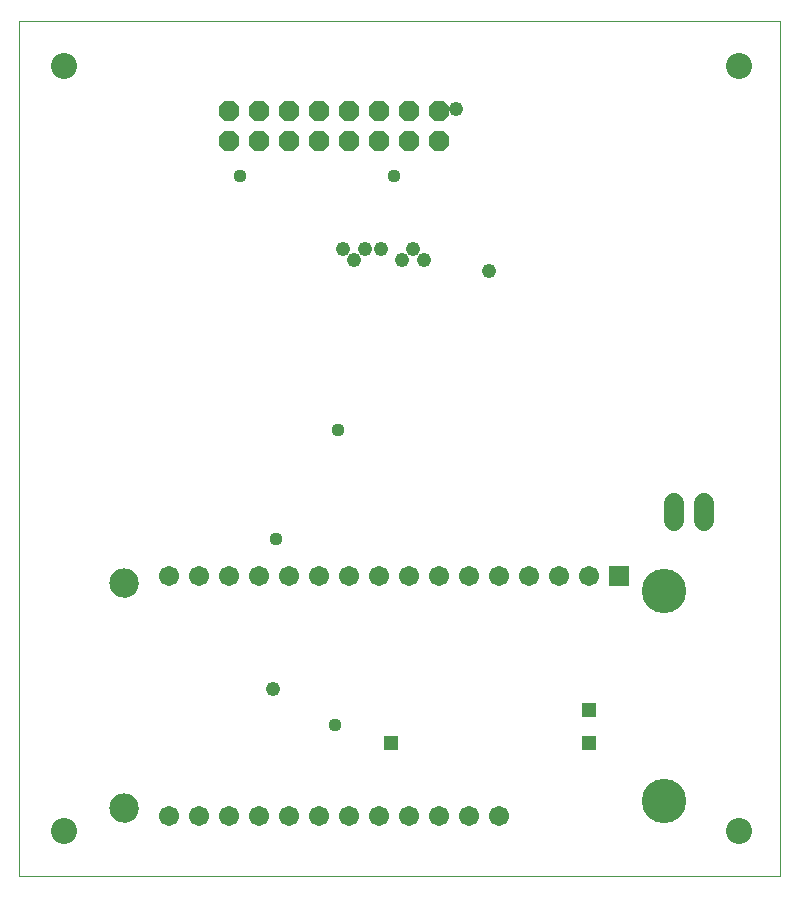
<source format=gbs>
G75*
%MOIN*%
%OFA0B0*%
%FSLAX25Y25*%
%IPPOS*%
%LPD*%
%AMOC8*
5,1,8,0,0,1.08239X$1,22.5*
%
%ADD10C,0.00000*%
%ADD11C,0.08674*%
%ADD12OC8,0.06800*%
%ADD13C,0.09800*%
%ADD14C,0.14800*%
%ADD15R,0.06737X0.06737*%
%ADD16C,0.06737*%
%ADD17C,0.06800*%
%ADD18C,0.04369*%
%ADD19C,0.04800*%
%ADD20R,0.04762X0.04762*%
D10*
X0001000Y0001000D02*
X0001000Y0285961D01*
X0254701Y0285961D01*
X0254701Y0001000D01*
X0001000Y0001000D01*
X0012063Y0016000D02*
X0012065Y0016125D01*
X0012071Y0016250D01*
X0012081Y0016374D01*
X0012095Y0016498D01*
X0012112Y0016622D01*
X0012134Y0016745D01*
X0012160Y0016867D01*
X0012189Y0016989D01*
X0012222Y0017109D01*
X0012260Y0017228D01*
X0012300Y0017347D01*
X0012345Y0017463D01*
X0012393Y0017578D01*
X0012445Y0017692D01*
X0012501Y0017804D01*
X0012560Y0017914D01*
X0012622Y0018022D01*
X0012688Y0018129D01*
X0012757Y0018233D01*
X0012830Y0018334D01*
X0012905Y0018434D01*
X0012984Y0018531D01*
X0013066Y0018625D01*
X0013151Y0018717D01*
X0013238Y0018806D01*
X0013329Y0018892D01*
X0013422Y0018975D01*
X0013518Y0019056D01*
X0013616Y0019133D01*
X0013716Y0019207D01*
X0013819Y0019278D01*
X0013924Y0019345D01*
X0014032Y0019410D01*
X0014141Y0019470D01*
X0014252Y0019528D01*
X0014365Y0019581D01*
X0014479Y0019631D01*
X0014595Y0019678D01*
X0014712Y0019720D01*
X0014831Y0019759D01*
X0014951Y0019795D01*
X0015072Y0019826D01*
X0015194Y0019854D01*
X0015316Y0019877D01*
X0015440Y0019897D01*
X0015564Y0019913D01*
X0015688Y0019925D01*
X0015813Y0019933D01*
X0015938Y0019937D01*
X0016062Y0019937D01*
X0016187Y0019933D01*
X0016312Y0019925D01*
X0016436Y0019913D01*
X0016560Y0019897D01*
X0016684Y0019877D01*
X0016806Y0019854D01*
X0016928Y0019826D01*
X0017049Y0019795D01*
X0017169Y0019759D01*
X0017288Y0019720D01*
X0017405Y0019678D01*
X0017521Y0019631D01*
X0017635Y0019581D01*
X0017748Y0019528D01*
X0017859Y0019470D01*
X0017969Y0019410D01*
X0018076Y0019345D01*
X0018181Y0019278D01*
X0018284Y0019207D01*
X0018384Y0019133D01*
X0018482Y0019056D01*
X0018578Y0018975D01*
X0018671Y0018892D01*
X0018762Y0018806D01*
X0018849Y0018717D01*
X0018934Y0018625D01*
X0019016Y0018531D01*
X0019095Y0018434D01*
X0019170Y0018334D01*
X0019243Y0018233D01*
X0019312Y0018129D01*
X0019378Y0018022D01*
X0019440Y0017914D01*
X0019499Y0017804D01*
X0019555Y0017692D01*
X0019607Y0017578D01*
X0019655Y0017463D01*
X0019700Y0017347D01*
X0019740Y0017228D01*
X0019778Y0017109D01*
X0019811Y0016989D01*
X0019840Y0016867D01*
X0019866Y0016745D01*
X0019888Y0016622D01*
X0019905Y0016498D01*
X0019919Y0016374D01*
X0019929Y0016250D01*
X0019935Y0016125D01*
X0019937Y0016000D01*
X0019935Y0015875D01*
X0019929Y0015750D01*
X0019919Y0015626D01*
X0019905Y0015502D01*
X0019888Y0015378D01*
X0019866Y0015255D01*
X0019840Y0015133D01*
X0019811Y0015011D01*
X0019778Y0014891D01*
X0019740Y0014772D01*
X0019700Y0014653D01*
X0019655Y0014537D01*
X0019607Y0014422D01*
X0019555Y0014308D01*
X0019499Y0014196D01*
X0019440Y0014086D01*
X0019378Y0013978D01*
X0019312Y0013871D01*
X0019243Y0013767D01*
X0019170Y0013666D01*
X0019095Y0013566D01*
X0019016Y0013469D01*
X0018934Y0013375D01*
X0018849Y0013283D01*
X0018762Y0013194D01*
X0018671Y0013108D01*
X0018578Y0013025D01*
X0018482Y0012944D01*
X0018384Y0012867D01*
X0018284Y0012793D01*
X0018181Y0012722D01*
X0018076Y0012655D01*
X0017968Y0012590D01*
X0017859Y0012530D01*
X0017748Y0012472D01*
X0017635Y0012419D01*
X0017521Y0012369D01*
X0017405Y0012322D01*
X0017288Y0012280D01*
X0017169Y0012241D01*
X0017049Y0012205D01*
X0016928Y0012174D01*
X0016806Y0012146D01*
X0016684Y0012123D01*
X0016560Y0012103D01*
X0016436Y0012087D01*
X0016312Y0012075D01*
X0016187Y0012067D01*
X0016062Y0012063D01*
X0015938Y0012063D01*
X0015813Y0012067D01*
X0015688Y0012075D01*
X0015564Y0012087D01*
X0015440Y0012103D01*
X0015316Y0012123D01*
X0015194Y0012146D01*
X0015072Y0012174D01*
X0014951Y0012205D01*
X0014831Y0012241D01*
X0014712Y0012280D01*
X0014595Y0012322D01*
X0014479Y0012369D01*
X0014365Y0012419D01*
X0014252Y0012472D01*
X0014141Y0012530D01*
X0014031Y0012590D01*
X0013924Y0012655D01*
X0013819Y0012722D01*
X0013716Y0012793D01*
X0013616Y0012867D01*
X0013518Y0012944D01*
X0013422Y0013025D01*
X0013329Y0013108D01*
X0013238Y0013194D01*
X0013151Y0013283D01*
X0013066Y0013375D01*
X0012984Y0013469D01*
X0012905Y0013566D01*
X0012830Y0013666D01*
X0012757Y0013767D01*
X0012688Y0013871D01*
X0012622Y0013978D01*
X0012560Y0014086D01*
X0012501Y0014196D01*
X0012445Y0014308D01*
X0012393Y0014422D01*
X0012345Y0014537D01*
X0012300Y0014653D01*
X0012260Y0014772D01*
X0012222Y0014891D01*
X0012189Y0015011D01*
X0012160Y0015133D01*
X0012134Y0015255D01*
X0012112Y0015378D01*
X0012095Y0015502D01*
X0012081Y0015626D01*
X0012071Y0015750D01*
X0012065Y0015875D01*
X0012063Y0016000D01*
X0031500Y0023500D02*
X0031502Y0023634D01*
X0031508Y0023768D01*
X0031518Y0023901D01*
X0031532Y0024035D01*
X0031550Y0024168D01*
X0031572Y0024300D01*
X0031597Y0024431D01*
X0031627Y0024562D01*
X0031661Y0024692D01*
X0031698Y0024820D01*
X0031739Y0024948D01*
X0031784Y0025074D01*
X0031833Y0025199D01*
X0031885Y0025322D01*
X0031941Y0025444D01*
X0032001Y0025564D01*
X0032064Y0025682D01*
X0032131Y0025798D01*
X0032201Y0025912D01*
X0032275Y0026024D01*
X0032352Y0026134D01*
X0032432Y0026242D01*
X0032515Y0026347D01*
X0032601Y0026449D01*
X0032690Y0026549D01*
X0032783Y0026646D01*
X0032878Y0026741D01*
X0032976Y0026832D01*
X0033076Y0026921D01*
X0033179Y0027006D01*
X0033285Y0027089D01*
X0033393Y0027168D01*
X0033503Y0027244D01*
X0033616Y0027317D01*
X0033731Y0027386D01*
X0033847Y0027452D01*
X0033966Y0027514D01*
X0034086Y0027573D01*
X0034209Y0027628D01*
X0034332Y0027680D01*
X0034457Y0027727D01*
X0034584Y0027771D01*
X0034712Y0027812D01*
X0034841Y0027848D01*
X0034971Y0027881D01*
X0035102Y0027909D01*
X0035233Y0027934D01*
X0035366Y0027955D01*
X0035499Y0027972D01*
X0035632Y0027985D01*
X0035766Y0027994D01*
X0035900Y0027999D01*
X0036034Y0028000D01*
X0036167Y0027997D01*
X0036301Y0027990D01*
X0036435Y0027979D01*
X0036568Y0027964D01*
X0036701Y0027945D01*
X0036833Y0027922D01*
X0036964Y0027896D01*
X0037094Y0027865D01*
X0037224Y0027830D01*
X0037352Y0027792D01*
X0037479Y0027750D01*
X0037605Y0027704D01*
X0037730Y0027654D01*
X0037853Y0027601D01*
X0037974Y0027544D01*
X0038094Y0027483D01*
X0038211Y0027419D01*
X0038327Y0027352D01*
X0038441Y0027281D01*
X0038552Y0027206D01*
X0038661Y0027129D01*
X0038768Y0027048D01*
X0038873Y0026964D01*
X0038974Y0026877D01*
X0039074Y0026787D01*
X0039170Y0026694D01*
X0039264Y0026598D01*
X0039355Y0026499D01*
X0039442Y0026398D01*
X0039527Y0026294D01*
X0039609Y0026188D01*
X0039687Y0026080D01*
X0039762Y0025969D01*
X0039834Y0025856D01*
X0039903Y0025740D01*
X0039968Y0025623D01*
X0040029Y0025504D01*
X0040087Y0025383D01*
X0040141Y0025261D01*
X0040192Y0025137D01*
X0040239Y0025011D01*
X0040282Y0024884D01*
X0040321Y0024756D01*
X0040357Y0024627D01*
X0040388Y0024497D01*
X0040416Y0024366D01*
X0040440Y0024234D01*
X0040460Y0024101D01*
X0040476Y0023968D01*
X0040488Y0023835D01*
X0040496Y0023701D01*
X0040500Y0023567D01*
X0040500Y0023433D01*
X0040496Y0023299D01*
X0040488Y0023165D01*
X0040476Y0023032D01*
X0040460Y0022899D01*
X0040440Y0022766D01*
X0040416Y0022634D01*
X0040388Y0022503D01*
X0040357Y0022373D01*
X0040321Y0022244D01*
X0040282Y0022116D01*
X0040239Y0021989D01*
X0040192Y0021863D01*
X0040141Y0021739D01*
X0040087Y0021617D01*
X0040029Y0021496D01*
X0039968Y0021377D01*
X0039903Y0021260D01*
X0039834Y0021144D01*
X0039762Y0021031D01*
X0039687Y0020920D01*
X0039609Y0020812D01*
X0039527Y0020706D01*
X0039442Y0020602D01*
X0039355Y0020501D01*
X0039264Y0020402D01*
X0039170Y0020306D01*
X0039074Y0020213D01*
X0038974Y0020123D01*
X0038873Y0020036D01*
X0038768Y0019952D01*
X0038661Y0019871D01*
X0038552Y0019794D01*
X0038441Y0019719D01*
X0038327Y0019648D01*
X0038211Y0019581D01*
X0038094Y0019517D01*
X0037974Y0019456D01*
X0037853Y0019399D01*
X0037730Y0019346D01*
X0037605Y0019296D01*
X0037479Y0019250D01*
X0037352Y0019208D01*
X0037224Y0019170D01*
X0037094Y0019135D01*
X0036964Y0019104D01*
X0036833Y0019078D01*
X0036701Y0019055D01*
X0036568Y0019036D01*
X0036435Y0019021D01*
X0036301Y0019010D01*
X0036167Y0019003D01*
X0036034Y0019000D01*
X0035900Y0019001D01*
X0035766Y0019006D01*
X0035632Y0019015D01*
X0035499Y0019028D01*
X0035366Y0019045D01*
X0035233Y0019066D01*
X0035102Y0019091D01*
X0034971Y0019119D01*
X0034841Y0019152D01*
X0034712Y0019188D01*
X0034584Y0019229D01*
X0034457Y0019273D01*
X0034332Y0019320D01*
X0034209Y0019372D01*
X0034086Y0019427D01*
X0033966Y0019486D01*
X0033847Y0019548D01*
X0033731Y0019614D01*
X0033616Y0019683D01*
X0033503Y0019756D01*
X0033393Y0019832D01*
X0033285Y0019911D01*
X0033179Y0019994D01*
X0033076Y0020079D01*
X0032976Y0020168D01*
X0032878Y0020259D01*
X0032783Y0020354D01*
X0032690Y0020451D01*
X0032601Y0020551D01*
X0032515Y0020653D01*
X0032432Y0020758D01*
X0032352Y0020866D01*
X0032275Y0020976D01*
X0032201Y0021088D01*
X0032131Y0021202D01*
X0032064Y0021318D01*
X0032001Y0021436D01*
X0031941Y0021556D01*
X0031885Y0021678D01*
X0031833Y0021801D01*
X0031784Y0021926D01*
X0031739Y0022052D01*
X0031698Y0022180D01*
X0031661Y0022308D01*
X0031627Y0022438D01*
X0031597Y0022569D01*
X0031572Y0022700D01*
X0031550Y0022832D01*
X0031532Y0022965D01*
X0031518Y0023099D01*
X0031508Y0023232D01*
X0031502Y0023366D01*
X0031500Y0023500D01*
X0031500Y0098500D02*
X0031502Y0098634D01*
X0031508Y0098768D01*
X0031518Y0098901D01*
X0031532Y0099035D01*
X0031550Y0099168D01*
X0031572Y0099300D01*
X0031597Y0099431D01*
X0031627Y0099562D01*
X0031661Y0099692D01*
X0031698Y0099820D01*
X0031739Y0099948D01*
X0031784Y0100074D01*
X0031833Y0100199D01*
X0031885Y0100322D01*
X0031941Y0100444D01*
X0032001Y0100564D01*
X0032064Y0100682D01*
X0032131Y0100798D01*
X0032201Y0100912D01*
X0032275Y0101024D01*
X0032352Y0101134D01*
X0032432Y0101242D01*
X0032515Y0101347D01*
X0032601Y0101449D01*
X0032690Y0101549D01*
X0032783Y0101646D01*
X0032878Y0101741D01*
X0032976Y0101832D01*
X0033076Y0101921D01*
X0033179Y0102006D01*
X0033285Y0102089D01*
X0033393Y0102168D01*
X0033503Y0102244D01*
X0033616Y0102317D01*
X0033731Y0102386D01*
X0033847Y0102452D01*
X0033966Y0102514D01*
X0034086Y0102573D01*
X0034209Y0102628D01*
X0034332Y0102680D01*
X0034457Y0102727D01*
X0034584Y0102771D01*
X0034712Y0102812D01*
X0034841Y0102848D01*
X0034971Y0102881D01*
X0035102Y0102909D01*
X0035233Y0102934D01*
X0035366Y0102955D01*
X0035499Y0102972D01*
X0035632Y0102985D01*
X0035766Y0102994D01*
X0035900Y0102999D01*
X0036034Y0103000D01*
X0036167Y0102997D01*
X0036301Y0102990D01*
X0036435Y0102979D01*
X0036568Y0102964D01*
X0036701Y0102945D01*
X0036833Y0102922D01*
X0036964Y0102896D01*
X0037094Y0102865D01*
X0037224Y0102830D01*
X0037352Y0102792D01*
X0037479Y0102750D01*
X0037605Y0102704D01*
X0037730Y0102654D01*
X0037853Y0102601D01*
X0037974Y0102544D01*
X0038094Y0102483D01*
X0038211Y0102419D01*
X0038327Y0102352D01*
X0038441Y0102281D01*
X0038552Y0102206D01*
X0038661Y0102129D01*
X0038768Y0102048D01*
X0038873Y0101964D01*
X0038974Y0101877D01*
X0039074Y0101787D01*
X0039170Y0101694D01*
X0039264Y0101598D01*
X0039355Y0101499D01*
X0039442Y0101398D01*
X0039527Y0101294D01*
X0039609Y0101188D01*
X0039687Y0101080D01*
X0039762Y0100969D01*
X0039834Y0100856D01*
X0039903Y0100740D01*
X0039968Y0100623D01*
X0040029Y0100504D01*
X0040087Y0100383D01*
X0040141Y0100261D01*
X0040192Y0100137D01*
X0040239Y0100011D01*
X0040282Y0099884D01*
X0040321Y0099756D01*
X0040357Y0099627D01*
X0040388Y0099497D01*
X0040416Y0099366D01*
X0040440Y0099234D01*
X0040460Y0099101D01*
X0040476Y0098968D01*
X0040488Y0098835D01*
X0040496Y0098701D01*
X0040500Y0098567D01*
X0040500Y0098433D01*
X0040496Y0098299D01*
X0040488Y0098165D01*
X0040476Y0098032D01*
X0040460Y0097899D01*
X0040440Y0097766D01*
X0040416Y0097634D01*
X0040388Y0097503D01*
X0040357Y0097373D01*
X0040321Y0097244D01*
X0040282Y0097116D01*
X0040239Y0096989D01*
X0040192Y0096863D01*
X0040141Y0096739D01*
X0040087Y0096617D01*
X0040029Y0096496D01*
X0039968Y0096377D01*
X0039903Y0096260D01*
X0039834Y0096144D01*
X0039762Y0096031D01*
X0039687Y0095920D01*
X0039609Y0095812D01*
X0039527Y0095706D01*
X0039442Y0095602D01*
X0039355Y0095501D01*
X0039264Y0095402D01*
X0039170Y0095306D01*
X0039074Y0095213D01*
X0038974Y0095123D01*
X0038873Y0095036D01*
X0038768Y0094952D01*
X0038661Y0094871D01*
X0038552Y0094794D01*
X0038441Y0094719D01*
X0038327Y0094648D01*
X0038211Y0094581D01*
X0038094Y0094517D01*
X0037974Y0094456D01*
X0037853Y0094399D01*
X0037730Y0094346D01*
X0037605Y0094296D01*
X0037479Y0094250D01*
X0037352Y0094208D01*
X0037224Y0094170D01*
X0037094Y0094135D01*
X0036964Y0094104D01*
X0036833Y0094078D01*
X0036701Y0094055D01*
X0036568Y0094036D01*
X0036435Y0094021D01*
X0036301Y0094010D01*
X0036167Y0094003D01*
X0036034Y0094000D01*
X0035900Y0094001D01*
X0035766Y0094006D01*
X0035632Y0094015D01*
X0035499Y0094028D01*
X0035366Y0094045D01*
X0035233Y0094066D01*
X0035102Y0094091D01*
X0034971Y0094119D01*
X0034841Y0094152D01*
X0034712Y0094188D01*
X0034584Y0094229D01*
X0034457Y0094273D01*
X0034332Y0094320D01*
X0034209Y0094372D01*
X0034086Y0094427D01*
X0033966Y0094486D01*
X0033847Y0094548D01*
X0033731Y0094614D01*
X0033616Y0094683D01*
X0033503Y0094756D01*
X0033393Y0094832D01*
X0033285Y0094911D01*
X0033179Y0094994D01*
X0033076Y0095079D01*
X0032976Y0095168D01*
X0032878Y0095259D01*
X0032783Y0095354D01*
X0032690Y0095451D01*
X0032601Y0095551D01*
X0032515Y0095653D01*
X0032432Y0095758D01*
X0032352Y0095866D01*
X0032275Y0095976D01*
X0032201Y0096088D01*
X0032131Y0096202D01*
X0032064Y0096318D01*
X0032001Y0096436D01*
X0031941Y0096556D01*
X0031885Y0096678D01*
X0031833Y0096801D01*
X0031784Y0096926D01*
X0031739Y0097052D01*
X0031698Y0097180D01*
X0031661Y0097308D01*
X0031627Y0097438D01*
X0031597Y0097569D01*
X0031572Y0097700D01*
X0031550Y0097832D01*
X0031532Y0097965D01*
X0031518Y0098099D01*
X0031508Y0098232D01*
X0031502Y0098366D01*
X0031500Y0098500D01*
X0012063Y0271000D02*
X0012065Y0271125D01*
X0012071Y0271250D01*
X0012081Y0271374D01*
X0012095Y0271498D01*
X0012112Y0271622D01*
X0012134Y0271745D01*
X0012160Y0271867D01*
X0012189Y0271989D01*
X0012222Y0272109D01*
X0012260Y0272228D01*
X0012300Y0272347D01*
X0012345Y0272463D01*
X0012393Y0272578D01*
X0012445Y0272692D01*
X0012501Y0272804D01*
X0012560Y0272914D01*
X0012622Y0273022D01*
X0012688Y0273129D01*
X0012757Y0273233D01*
X0012830Y0273334D01*
X0012905Y0273434D01*
X0012984Y0273531D01*
X0013066Y0273625D01*
X0013151Y0273717D01*
X0013238Y0273806D01*
X0013329Y0273892D01*
X0013422Y0273975D01*
X0013518Y0274056D01*
X0013616Y0274133D01*
X0013716Y0274207D01*
X0013819Y0274278D01*
X0013924Y0274345D01*
X0014032Y0274410D01*
X0014141Y0274470D01*
X0014252Y0274528D01*
X0014365Y0274581D01*
X0014479Y0274631D01*
X0014595Y0274678D01*
X0014712Y0274720D01*
X0014831Y0274759D01*
X0014951Y0274795D01*
X0015072Y0274826D01*
X0015194Y0274854D01*
X0015316Y0274877D01*
X0015440Y0274897D01*
X0015564Y0274913D01*
X0015688Y0274925D01*
X0015813Y0274933D01*
X0015938Y0274937D01*
X0016062Y0274937D01*
X0016187Y0274933D01*
X0016312Y0274925D01*
X0016436Y0274913D01*
X0016560Y0274897D01*
X0016684Y0274877D01*
X0016806Y0274854D01*
X0016928Y0274826D01*
X0017049Y0274795D01*
X0017169Y0274759D01*
X0017288Y0274720D01*
X0017405Y0274678D01*
X0017521Y0274631D01*
X0017635Y0274581D01*
X0017748Y0274528D01*
X0017859Y0274470D01*
X0017969Y0274410D01*
X0018076Y0274345D01*
X0018181Y0274278D01*
X0018284Y0274207D01*
X0018384Y0274133D01*
X0018482Y0274056D01*
X0018578Y0273975D01*
X0018671Y0273892D01*
X0018762Y0273806D01*
X0018849Y0273717D01*
X0018934Y0273625D01*
X0019016Y0273531D01*
X0019095Y0273434D01*
X0019170Y0273334D01*
X0019243Y0273233D01*
X0019312Y0273129D01*
X0019378Y0273022D01*
X0019440Y0272914D01*
X0019499Y0272804D01*
X0019555Y0272692D01*
X0019607Y0272578D01*
X0019655Y0272463D01*
X0019700Y0272347D01*
X0019740Y0272228D01*
X0019778Y0272109D01*
X0019811Y0271989D01*
X0019840Y0271867D01*
X0019866Y0271745D01*
X0019888Y0271622D01*
X0019905Y0271498D01*
X0019919Y0271374D01*
X0019929Y0271250D01*
X0019935Y0271125D01*
X0019937Y0271000D01*
X0019935Y0270875D01*
X0019929Y0270750D01*
X0019919Y0270626D01*
X0019905Y0270502D01*
X0019888Y0270378D01*
X0019866Y0270255D01*
X0019840Y0270133D01*
X0019811Y0270011D01*
X0019778Y0269891D01*
X0019740Y0269772D01*
X0019700Y0269653D01*
X0019655Y0269537D01*
X0019607Y0269422D01*
X0019555Y0269308D01*
X0019499Y0269196D01*
X0019440Y0269086D01*
X0019378Y0268978D01*
X0019312Y0268871D01*
X0019243Y0268767D01*
X0019170Y0268666D01*
X0019095Y0268566D01*
X0019016Y0268469D01*
X0018934Y0268375D01*
X0018849Y0268283D01*
X0018762Y0268194D01*
X0018671Y0268108D01*
X0018578Y0268025D01*
X0018482Y0267944D01*
X0018384Y0267867D01*
X0018284Y0267793D01*
X0018181Y0267722D01*
X0018076Y0267655D01*
X0017968Y0267590D01*
X0017859Y0267530D01*
X0017748Y0267472D01*
X0017635Y0267419D01*
X0017521Y0267369D01*
X0017405Y0267322D01*
X0017288Y0267280D01*
X0017169Y0267241D01*
X0017049Y0267205D01*
X0016928Y0267174D01*
X0016806Y0267146D01*
X0016684Y0267123D01*
X0016560Y0267103D01*
X0016436Y0267087D01*
X0016312Y0267075D01*
X0016187Y0267067D01*
X0016062Y0267063D01*
X0015938Y0267063D01*
X0015813Y0267067D01*
X0015688Y0267075D01*
X0015564Y0267087D01*
X0015440Y0267103D01*
X0015316Y0267123D01*
X0015194Y0267146D01*
X0015072Y0267174D01*
X0014951Y0267205D01*
X0014831Y0267241D01*
X0014712Y0267280D01*
X0014595Y0267322D01*
X0014479Y0267369D01*
X0014365Y0267419D01*
X0014252Y0267472D01*
X0014141Y0267530D01*
X0014031Y0267590D01*
X0013924Y0267655D01*
X0013819Y0267722D01*
X0013716Y0267793D01*
X0013616Y0267867D01*
X0013518Y0267944D01*
X0013422Y0268025D01*
X0013329Y0268108D01*
X0013238Y0268194D01*
X0013151Y0268283D01*
X0013066Y0268375D01*
X0012984Y0268469D01*
X0012905Y0268566D01*
X0012830Y0268666D01*
X0012757Y0268767D01*
X0012688Y0268871D01*
X0012622Y0268978D01*
X0012560Y0269086D01*
X0012501Y0269196D01*
X0012445Y0269308D01*
X0012393Y0269422D01*
X0012345Y0269537D01*
X0012300Y0269653D01*
X0012260Y0269772D01*
X0012222Y0269891D01*
X0012189Y0270011D01*
X0012160Y0270133D01*
X0012134Y0270255D01*
X0012112Y0270378D01*
X0012095Y0270502D01*
X0012081Y0270626D01*
X0012071Y0270750D01*
X0012065Y0270875D01*
X0012063Y0271000D01*
X0237063Y0271000D02*
X0237065Y0271125D01*
X0237071Y0271250D01*
X0237081Y0271374D01*
X0237095Y0271498D01*
X0237112Y0271622D01*
X0237134Y0271745D01*
X0237160Y0271867D01*
X0237189Y0271989D01*
X0237222Y0272109D01*
X0237260Y0272228D01*
X0237300Y0272347D01*
X0237345Y0272463D01*
X0237393Y0272578D01*
X0237445Y0272692D01*
X0237501Y0272804D01*
X0237560Y0272914D01*
X0237622Y0273022D01*
X0237688Y0273129D01*
X0237757Y0273233D01*
X0237830Y0273334D01*
X0237905Y0273434D01*
X0237984Y0273531D01*
X0238066Y0273625D01*
X0238151Y0273717D01*
X0238238Y0273806D01*
X0238329Y0273892D01*
X0238422Y0273975D01*
X0238518Y0274056D01*
X0238616Y0274133D01*
X0238716Y0274207D01*
X0238819Y0274278D01*
X0238924Y0274345D01*
X0239032Y0274410D01*
X0239141Y0274470D01*
X0239252Y0274528D01*
X0239365Y0274581D01*
X0239479Y0274631D01*
X0239595Y0274678D01*
X0239712Y0274720D01*
X0239831Y0274759D01*
X0239951Y0274795D01*
X0240072Y0274826D01*
X0240194Y0274854D01*
X0240316Y0274877D01*
X0240440Y0274897D01*
X0240564Y0274913D01*
X0240688Y0274925D01*
X0240813Y0274933D01*
X0240938Y0274937D01*
X0241062Y0274937D01*
X0241187Y0274933D01*
X0241312Y0274925D01*
X0241436Y0274913D01*
X0241560Y0274897D01*
X0241684Y0274877D01*
X0241806Y0274854D01*
X0241928Y0274826D01*
X0242049Y0274795D01*
X0242169Y0274759D01*
X0242288Y0274720D01*
X0242405Y0274678D01*
X0242521Y0274631D01*
X0242635Y0274581D01*
X0242748Y0274528D01*
X0242859Y0274470D01*
X0242969Y0274410D01*
X0243076Y0274345D01*
X0243181Y0274278D01*
X0243284Y0274207D01*
X0243384Y0274133D01*
X0243482Y0274056D01*
X0243578Y0273975D01*
X0243671Y0273892D01*
X0243762Y0273806D01*
X0243849Y0273717D01*
X0243934Y0273625D01*
X0244016Y0273531D01*
X0244095Y0273434D01*
X0244170Y0273334D01*
X0244243Y0273233D01*
X0244312Y0273129D01*
X0244378Y0273022D01*
X0244440Y0272914D01*
X0244499Y0272804D01*
X0244555Y0272692D01*
X0244607Y0272578D01*
X0244655Y0272463D01*
X0244700Y0272347D01*
X0244740Y0272228D01*
X0244778Y0272109D01*
X0244811Y0271989D01*
X0244840Y0271867D01*
X0244866Y0271745D01*
X0244888Y0271622D01*
X0244905Y0271498D01*
X0244919Y0271374D01*
X0244929Y0271250D01*
X0244935Y0271125D01*
X0244937Y0271000D01*
X0244935Y0270875D01*
X0244929Y0270750D01*
X0244919Y0270626D01*
X0244905Y0270502D01*
X0244888Y0270378D01*
X0244866Y0270255D01*
X0244840Y0270133D01*
X0244811Y0270011D01*
X0244778Y0269891D01*
X0244740Y0269772D01*
X0244700Y0269653D01*
X0244655Y0269537D01*
X0244607Y0269422D01*
X0244555Y0269308D01*
X0244499Y0269196D01*
X0244440Y0269086D01*
X0244378Y0268978D01*
X0244312Y0268871D01*
X0244243Y0268767D01*
X0244170Y0268666D01*
X0244095Y0268566D01*
X0244016Y0268469D01*
X0243934Y0268375D01*
X0243849Y0268283D01*
X0243762Y0268194D01*
X0243671Y0268108D01*
X0243578Y0268025D01*
X0243482Y0267944D01*
X0243384Y0267867D01*
X0243284Y0267793D01*
X0243181Y0267722D01*
X0243076Y0267655D01*
X0242968Y0267590D01*
X0242859Y0267530D01*
X0242748Y0267472D01*
X0242635Y0267419D01*
X0242521Y0267369D01*
X0242405Y0267322D01*
X0242288Y0267280D01*
X0242169Y0267241D01*
X0242049Y0267205D01*
X0241928Y0267174D01*
X0241806Y0267146D01*
X0241684Y0267123D01*
X0241560Y0267103D01*
X0241436Y0267087D01*
X0241312Y0267075D01*
X0241187Y0267067D01*
X0241062Y0267063D01*
X0240938Y0267063D01*
X0240813Y0267067D01*
X0240688Y0267075D01*
X0240564Y0267087D01*
X0240440Y0267103D01*
X0240316Y0267123D01*
X0240194Y0267146D01*
X0240072Y0267174D01*
X0239951Y0267205D01*
X0239831Y0267241D01*
X0239712Y0267280D01*
X0239595Y0267322D01*
X0239479Y0267369D01*
X0239365Y0267419D01*
X0239252Y0267472D01*
X0239141Y0267530D01*
X0239031Y0267590D01*
X0238924Y0267655D01*
X0238819Y0267722D01*
X0238716Y0267793D01*
X0238616Y0267867D01*
X0238518Y0267944D01*
X0238422Y0268025D01*
X0238329Y0268108D01*
X0238238Y0268194D01*
X0238151Y0268283D01*
X0238066Y0268375D01*
X0237984Y0268469D01*
X0237905Y0268566D01*
X0237830Y0268666D01*
X0237757Y0268767D01*
X0237688Y0268871D01*
X0237622Y0268978D01*
X0237560Y0269086D01*
X0237501Y0269196D01*
X0237445Y0269308D01*
X0237393Y0269422D01*
X0237345Y0269537D01*
X0237300Y0269653D01*
X0237260Y0269772D01*
X0237222Y0269891D01*
X0237189Y0270011D01*
X0237160Y0270133D01*
X0237134Y0270255D01*
X0237112Y0270378D01*
X0237095Y0270502D01*
X0237081Y0270626D01*
X0237071Y0270750D01*
X0237065Y0270875D01*
X0237063Y0271000D01*
X0237063Y0016000D02*
X0237065Y0016125D01*
X0237071Y0016250D01*
X0237081Y0016374D01*
X0237095Y0016498D01*
X0237112Y0016622D01*
X0237134Y0016745D01*
X0237160Y0016867D01*
X0237189Y0016989D01*
X0237222Y0017109D01*
X0237260Y0017228D01*
X0237300Y0017347D01*
X0237345Y0017463D01*
X0237393Y0017578D01*
X0237445Y0017692D01*
X0237501Y0017804D01*
X0237560Y0017914D01*
X0237622Y0018022D01*
X0237688Y0018129D01*
X0237757Y0018233D01*
X0237830Y0018334D01*
X0237905Y0018434D01*
X0237984Y0018531D01*
X0238066Y0018625D01*
X0238151Y0018717D01*
X0238238Y0018806D01*
X0238329Y0018892D01*
X0238422Y0018975D01*
X0238518Y0019056D01*
X0238616Y0019133D01*
X0238716Y0019207D01*
X0238819Y0019278D01*
X0238924Y0019345D01*
X0239032Y0019410D01*
X0239141Y0019470D01*
X0239252Y0019528D01*
X0239365Y0019581D01*
X0239479Y0019631D01*
X0239595Y0019678D01*
X0239712Y0019720D01*
X0239831Y0019759D01*
X0239951Y0019795D01*
X0240072Y0019826D01*
X0240194Y0019854D01*
X0240316Y0019877D01*
X0240440Y0019897D01*
X0240564Y0019913D01*
X0240688Y0019925D01*
X0240813Y0019933D01*
X0240938Y0019937D01*
X0241062Y0019937D01*
X0241187Y0019933D01*
X0241312Y0019925D01*
X0241436Y0019913D01*
X0241560Y0019897D01*
X0241684Y0019877D01*
X0241806Y0019854D01*
X0241928Y0019826D01*
X0242049Y0019795D01*
X0242169Y0019759D01*
X0242288Y0019720D01*
X0242405Y0019678D01*
X0242521Y0019631D01*
X0242635Y0019581D01*
X0242748Y0019528D01*
X0242859Y0019470D01*
X0242969Y0019410D01*
X0243076Y0019345D01*
X0243181Y0019278D01*
X0243284Y0019207D01*
X0243384Y0019133D01*
X0243482Y0019056D01*
X0243578Y0018975D01*
X0243671Y0018892D01*
X0243762Y0018806D01*
X0243849Y0018717D01*
X0243934Y0018625D01*
X0244016Y0018531D01*
X0244095Y0018434D01*
X0244170Y0018334D01*
X0244243Y0018233D01*
X0244312Y0018129D01*
X0244378Y0018022D01*
X0244440Y0017914D01*
X0244499Y0017804D01*
X0244555Y0017692D01*
X0244607Y0017578D01*
X0244655Y0017463D01*
X0244700Y0017347D01*
X0244740Y0017228D01*
X0244778Y0017109D01*
X0244811Y0016989D01*
X0244840Y0016867D01*
X0244866Y0016745D01*
X0244888Y0016622D01*
X0244905Y0016498D01*
X0244919Y0016374D01*
X0244929Y0016250D01*
X0244935Y0016125D01*
X0244937Y0016000D01*
X0244935Y0015875D01*
X0244929Y0015750D01*
X0244919Y0015626D01*
X0244905Y0015502D01*
X0244888Y0015378D01*
X0244866Y0015255D01*
X0244840Y0015133D01*
X0244811Y0015011D01*
X0244778Y0014891D01*
X0244740Y0014772D01*
X0244700Y0014653D01*
X0244655Y0014537D01*
X0244607Y0014422D01*
X0244555Y0014308D01*
X0244499Y0014196D01*
X0244440Y0014086D01*
X0244378Y0013978D01*
X0244312Y0013871D01*
X0244243Y0013767D01*
X0244170Y0013666D01*
X0244095Y0013566D01*
X0244016Y0013469D01*
X0243934Y0013375D01*
X0243849Y0013283D01*
X0243762Y0013194D01*
X0243671Y0013108D01*
X0243578Y0013025D01*
X0243482Y0012944D01*
X0243384Y0012867D01*
X0243284Y0012793D01*
X0243181Y0012722D01*
X0243076Y0012655D01*
X0242968Y0012590D01*
X0242859Y0012530D01*
X0242748Y0012472D01*
X0242635Y0012419D01*
X0242521Y0012369D01*
X0242405Y0012322D01*
X0242288Y0012280D01*
X0242169Y0012241D01*
X0242049Y0012205D01*
X0241928Y0012174D01*
X0241806Y0012146D01*
X0241684Y0012123D01*
X0241560Y0012103D01*
X0241436Y0012087D01*
X0241312Y0012075D01*
X0241187Y0012067D01*
X0241062Y0012063D01*
X0240938Y0012063D01*
X0240813Y0012067D01*
X0240688Y0012075D01*
X0240564Y0012087D01*
X0240440Y0012103D01*
X0240316Y0012123D01*
X0240194Y0012146D01*
X0240072Y0012174D01*
X0239951Y0012205D01*
X0239831Y0012241D01*
X0239712Y0012280D01*
X0239595Y0012322D01*
X0239479Y0012369D01*
X0239365Y0012419D01*
X0239252Y0012472D01*
X0239141Y0012530D01*
X0239031Y0012590D01*
X0238924Y0012655D01*
X0238819Y0012722D01*
X0238716Y0012793D01*
X0238616Y0012867D01*
X0238518Y0012944D01*
X0238422Y0013025D01*
X0238329Y0013108D01*
X0238238Y0013194D01*
X0238151Y0013283D01*
X0238066Y0013375D01*
X0237984Y0013469D01*
X0237905Y0013566D01*
X0237830Y0013666D01*
X0237757Y0013767D01*
X0237688Y0013871D01*
X0237622Y0013978D01*
X0237560Y0014086D01*
X0237501Y0014196D01*
X0237445Y0014308D01*
X0237393Y0014422D01*
X0237345Y0014537D01*
X0237300Y0014653D01*
X0237260Y0014772D01*
X0237222Y0014891D01*
X0237189Y0015011D01*
X0237160Y0015133D01*
X0237134Y0015255D01*
X0237112Y0015378D01*
X0237095Y0015502D01*
X0237081Y0015626D01*
X0237071Y0015750D01*
X0237065Y0015875D01*
X0237063Y0016000D01*
D11*
X0241000Y0016000D03*
X0016000Y0016000D03*
X0016000Y0271000D03*
X0241000Y0271000D03*
D12*
X0141000Y0256000D03*
X0141000Y0246000D03*
X0131000Y0246000D03*
X0131000Y0256000D03*
X0121000Y0256000D03*
X0121000Y0246000D03*
X0111000Y0246000D03*
X0111000Y0256000D03*
X0101000Y0256000D03*
X0101000Y0246000D03*
X0091000Y0246000D03*
X0091000Y0256000D03*
X0081000Y0256000D03*
X0081000Y0246000D03*
X0071000Y0246000D03*
X0071000Y0256000D03*
D13*
X0036000Y0098500D03*
X0036000Y0023500D03*
D14*
X0216000Y0026000D03*
X0216000Y0096000D03*
D15*
X0201000Y0101000D03*
D16*
X0191000Y0101000D03*
X0181000Y0101000D03*
X0171000Y0101000D03*
X0161000Y0101000D03*
X0151000Y0101000D03*
X0141000Y0101000D03*
X0131000Y0101000D03*
X0121000Y0101000D03*
X0111000Y0101000D03*
X0101000Y0101000D03*
X0091000Y0101000D03*
X0081000Y0101000D03*
X0071000Y0101000D03*
X0061000Y0101000D03*
X0051000Y0101000D03*
X0051000Y0021000D03*
X0061000Y0021000D03*
X0071000Y0021000D03*
X0081000Y0021000D03*
X0091000Y0021000D03*
X0101000Y0021000D03*
X0111000Y0021000D03*
X0121000Y0021000D03*
X0131000Y0021000D03*
X0141000Y0021000D03*
X0151000Y0021000D03*
X0161000Y0021000D03*
D17*
X0219425Y0119063D02*
X0219425Y0125063D01*
X0229425Y0125063D02*
X0229425Y0119063D01*
D18*
X0126000Y0234268D03*
X0074819Y0234268D03*
X0107299Y0149622D03*
X0086630Y0113205D03*
X0106315Y0051197D03*
D19*
X0085600Y0063100D03*
X0157600Y0202600D03*
X0136000Y0206200D03*
X0132400Y0209800D03*
X0128800Y0206200D03*
X0121600Y0209800D03*
X0116200Y0209800D03*
X0112600Y0206200D03*
X0109000Y0209800D03*
X0146800Y0256600D03*
D20*
X0190961Y0056118D03*
X0190961Y0045291D03*
X0125016Y0045291D03*
M02*

</source>
